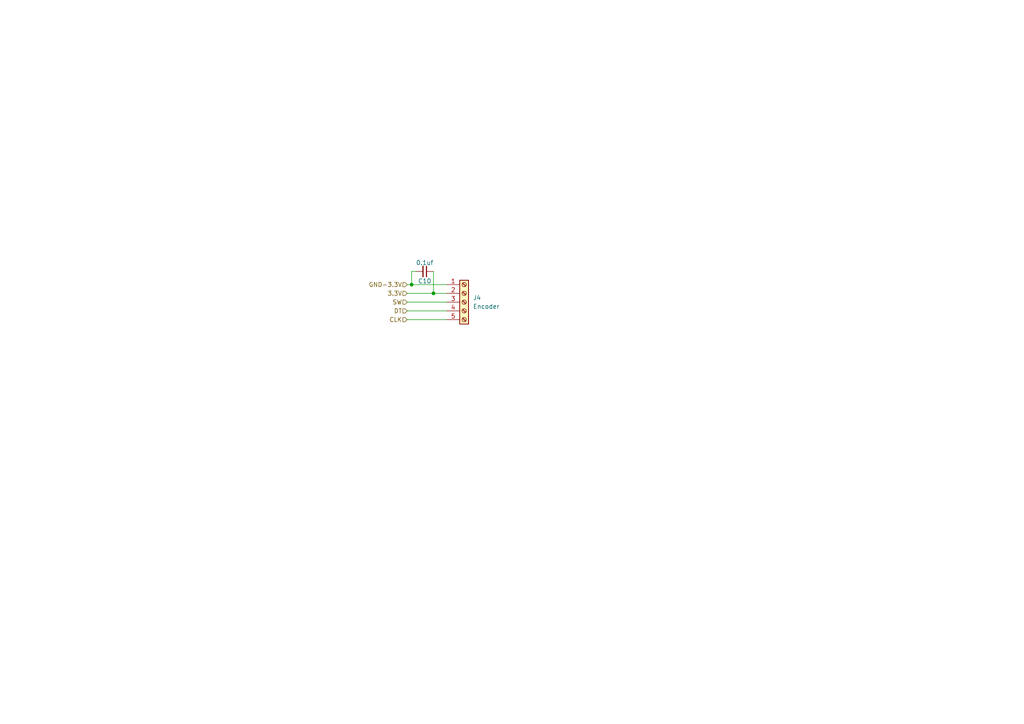
<source format=kicad_sch>
(kicad_sch (version 20250114) (generator "eeschema") (generator_version "9.0")
  (paper "A4")
  (lib_symbols
    (symbol "Connector:Screw_Terminal_01x05" (pin_names (offset 1.016) (hide yes))
      (property "Reference" "J" (at 0 7.62 0))
      (property "Value" "Screw_Terminal_01x05" (at 0 -7.62 0))
      (symbol "Screw_Terminal_01x05_1_1"
        (rectangle (start -1.27 6.35) (end 1.27 -6.35) (stroke (width 0.254)) (fill (type background)))
        (polyline (pts (xy -0.5334 5.4102) (xy 0.3302 4.572)) (stroke (width 0.1524)))
        (polyline (pts (xy -0.5334 2.8702) (xy 0.3302 2.032)) (stroke (width 0.1524)))
        (polyline (pts (xy -0.5334 0.3302) (xy 0.3302 -0.508)) (stroke (width 0.1524)))
        (polyline (pts (xy -0.5334 -2.2098) (xy 0.3302 -3.048)) (stroke (width 0.1524)))
        (polyline (pts (xy -0.5334 -4.7498) (xy 0.3302 -5.588)) (stroke (width 0.1524)))
        (polyline (pts (xy -0.3556 5.588) (xy 0.508 4.7498)) (stroke (width 0.1524)))
        (polyline (pts (xy -0.3556 3.048) (xy 0.508 2.2098)) (stroke (width 0.1524)))
        (polyline (pts (xy -0.3556 0.508) (xy 0.508 -0.3302)) (stroke (width 0.1524)))
        (polyline (pts (xy -0.3556 -2.032) (xy 0.508 -2.8702)) (stroke (width 0.1524)))
        (polyline (pts (xy -0.3556 -4.572) (xy 0.508 -5.4102)) (stroke (width 0.1524)))
        (circle (center 0 5.08) (radius 0.635) (stroke (width 0.1524)))
        (circle (center 0 2.54) (radius 0.635) (stroke (width 0.1524)))
        (circle (center 0 0) (radius 0.635) (stroke (width 0.1524)))
        (circle (center 0 -2.54) (radius 0.635) (stroke (width 0.1524)))
        (circle (center 0 -5.08) (radius 0.635) (stroke (width 0.1524)))
        (pin passive line (at -5.08 5.08 0) (length 3.81) (name "Pin_1") (number "1"))
        (pin passive line (at -5.08 2.54 0) (length 3.81) (name "Pin_2") (number "2"))
        (pin passive line (at -5.08 0 0) (length 3.81) (name "Pin_3") (number "3"))
        (pin passive line (at -5.08 -2.54 0) (length 3.81) (name "Pin_4") (number "4"))
        (pin passive line (at -5.08 -5.08 0) (length 3.81) (name "Pin_5") (number "5"))
      )
    )
    (symbol "Device:C_Small" (pin_numbers (hide yes)) (pin_names (offset 0.254) (hide yes))
      (property "Reference" "C" (at 0.254 1.778 0))
      (property "Value" "C_Small" (at 0.254 -2.032 0))
      (symbol "C_Small_0_1"
        (polyline (pts (xy -1.524 0.508) (xy 1.524 0.508)) (stroke (width 0.3048)))
        (polyline (pts (xy -1.524 -0.508) (xy 1.524 -0.508)) (stroke (width 0.3302)))
      )
      (symbol "C_Small_1_1"
        (pin passive line (at 0 2.54 270) (length 2.032) (name "~") (number "1"))
        (pin passive line (at 0 -2.54 90) (length 2.032) (name "~") (number "2"))
      )
    )
  )
  (junction (at 119.38 82.55))
  (junction (at 125.73 85.09))
  (wire (pts (xy 118.11 87.63) (xy 129.54 87.63)))
  (wire (pts (xy 119.38 78.74) (xy 119.38 82.55)))
  (wire (pts (xy 119.38 82.55) (xy 129.54 82.55)))
  (wire (pts (xy 118.11 85.09) (xy 125.73 85.09)))
  (wire (pts (xy 125.73 85.09) (xy 125.73 78.74)))
  (wire (pts (xy 125.73 85.09) (xy 129.54 85.09)))
  (wire (pts (xy 120.65 78.74) (xy 119.38 78.74)))
  (wire (pts (xy 118.11 92.71) (xy 129.54 92.71)))
  (wire (pts (xy 118.11 90.17) (xy 129.54 90.17)))
  (wire (pts (xy 118.11 82.55) (xy 119.38 82.55)))
  (hierarchical_label "SW" (shape input) (at 118.11 87.63 180))
  (hierarchical_label "CLK" (shape input) (at 118.11 92.71 180))
  (hierarchical_label "DT" (shape input) (at 118.11 90.17 180))
  (hierarchical_label "3.3V" (shape input) (at 118.11 85.09 180))
  (hierarchical_label "GND-3.3V" (shape input) (at 118.11 82.55 180))
  (symbol (lib_id "Connector:Screw_Terminal_01x05") (at 134.62 87.63 0) (unit 1)
    (property "Reference" "J4" (at 137.16 86.3599 0) (effects (justify left)))
    (property "Value" "Encoder" (at 137.16 88.8999 0) (effects (justify left)))
    (property "Footprint" "TerminalBlock_Phoenix:TerminalBlock_Phoenix_MKDS-1,5-5-5.08_1x05_P5.08mm_Horizontal" (effects (hide yes)))
    (property "Description" "Generic screw terminal, single row, 01x05, script generated (kicad-library-utils/schlib/autogen/connector/)" (effects (hide yes)))
  )
  (symbol (lib_id "Device:C_Small") (at 123.19 78.74 270) (mirror x) (unit 1)
    (property "Reference" "C10" (at 123.19 81.534 90))
    (property "Value" "0.1uf" (at 123.19 76.2 90))
    (property "Footprint" "Capacitor_THT:C_Disc_D3.8mm_W2.6mm_P2.50mm" (effects (hide yes)))
    (property "Description" "Unpolarized capacitor, small symbol" (effects (hide yes)))
  )
)
</source>
